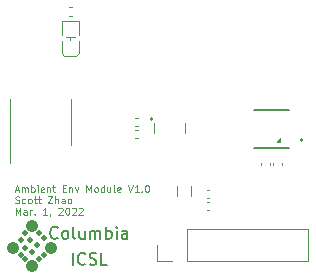
<source format=gbr>
%TF.GenerationSoftware,KiCad,Pcbnew,(6.0.0-0)*%
%TF.CreationDate,2022-03-03T22:17:19-05:00*%
%TF.ProjectId,temp_hum,74656d70-5f68-4756-9d2e-6b696361645f,rev?*%
%TF.SameCoordinates,Original*%
%TF.FileFunction,Legend,Top*%
%TF.FilePolarity,Positive*%
%FSLAX46Y46*%
G04 Gerber Fmt 4.6, Leading zero omitted, Abs format (unit mm)*
G04 Created by KiCad (PCBNEW (6.0.0-0)) date 2022-03-03 22:17:19*
%MOMM*%
%LPD*%
G01*
G04 APERTURE LIST*
%ADD10C,0.080000*%
%ADD11C,0.200000*%
%ADD12C,0.127000*%
%ADD13C,0.120000*%
%ADD14C,0.500000*%
%ADD15C,1.000000*%
%ADD16C,0.160000*%
G04 APERTURE END LIST*
D10*
X93892285Y-78890000D02*
X94178000Y-78890000D01*
X93835142Y-79061428D02*
X94035142Y-78461428D01*
X94235142Y-79061428D01*
X94435142Y-79061428D02*
X94435142Y-78661428D01*
X94435142Y-78718571D02*
X94463714Y-78690000D01*
X94520857Y-78661428D01*
X94606571Y-78661428D01*
X94663714Y-78690000D01*
X94692285Y-78747142D01*
X94692285Y-79061428D01*
X94692285Y-78747142D02*
X94720857Y-78690000D01*
X94778000Y-78661428D01*
X94863714Y-78661428D01*
X94920857Y-78690000D01*
X94949428Y-78747142D01*
X94949428Y-79061428D01*
X95235142Y-79061428D02*
X95235142Y-78461428D01*
X95235142Y-78690000D02*
X95292285Y-78661428D01*
X95406571Y-78661428D01*
X95463714Y-78690000D01*
X95492285Y-78718571D01*
X95520857Y-78775714D01*
X95520857Y-78947142D01*
X95492285Y-79004285D01*
X95463714Y-79032857D01*
X95406571Y-79061428D01*
X95292285Y-79061428D01*
X95235142Y-79032857D01*
X95778000Y-79061428D02*
X95778000Y-78661428D01*
X95778000Y-78461428D02*
X95749428Y-78490000D01*
X95778000Y-78518571D01*
X95806571Y-78490000D01*
X95778000Y-78461428D01*
X95778000Y-78518571D01*
X96292285Y-79032857D02*
X96235142Y-79061428D01*
X96120857Y-79061428D01*
X96063714Y-79032857D01*
X96035142Y-78975714D01*
X96035142Y-78747142D01*
X96063714Y-78690000D01*
X96120857Y-78661428D01*
X96235142Y-78661428D01*
X96292285Y-78690000D01*
X96320857Y-78747142D01*
X96320857Y-78804285D01*
X96035142Y-78861428D01*
X96578000Y-78661428D02*
X96578000Y-79061428D01*
X96578000Y-78718571D02*
X96606571Y-78690000D01*
X96663714Y-78661428D01*
X96749428Y-78661428D01*
X96806571Y-78690000D01*
X96835142Y-78747142D01*
X96835142Y-79061428D01*
X97035142Y-78661428D02*
X97263714Y-78661428D01*
X97120857Y-78461428D02*
X97120857Y-78975714D01*
X97149428Y-79032857D01*
X97206571Y-79061428D01*
X97263714Y-79061428D01*
X97920857Y-78747142D02*
X98120857Y-78747142D01*
X98206571Y-79061428D02*
X97920857Y-79061428D01*
X97920857Y-78461428D01*
X98206571Y-78461428D01*
X98463714Y-78661428D02*
X98463714Y-79061428D01*
X98463714Y-78718571D02*
X98492285Y-78690000D01*
X98549428Y-78661428D01*
X98635142Y-78661428D01*
X98692285Y-78690000D01*
X98720857Y-78747142D01*
X98720857Y-79061428D01*
X98949428Y-78661428D02*
X99092285Y-79061428D01*
X99235142Y-78661428D01*
X99920857Y-79061428D02*
X99920857Y-78461428D01*
X100120857Y-78890000D01*
X100320857Y-78461428D01*
X100320857Y-79061428D01*
X100692285Y-79061428D02*
X100635142Y-79032857D01*
X100606571Y-79004285D01*
X100578000Y-78947142D01*
X100578000Y-78775714D01*
X100606571Y-78718571D01*
X100635142Y-78690000D01*
X100692285Y-78661428D01*
X100778000Y-78661428D01*
X100835142Y-78690000D01*
X100863714Y-78718571D01*
X100892285Y-78775714D01*
X100892285Y-78947142D01*
X100863714Y-79004285D01*
X100835142Y-79032857D01*
X100778000Y-79061428D01*
X100692285Y-79061428D01*
X101406571Y-79061428D02*
X101406571Y-78461428D01*
X101406571Y-79032857D02*
X101349428Y-79061428D01*
X101235142Y-79061428D01*
X101178000Y-79032857D01*
X101149428Y-79004285D01*
X101120857Y-78947142D01*
X101120857Y-78775714D01*
X101149428Y-78718571D01*
X101178000Y-78690000D01*
X101235142Y-78661428D01*
X101349428Y-78661428D01*
X101406571Y-78690000D01*
X101949428Y-78661428D02*
X101949428Y-79061428D01*
X101692285Y-78661428D02*
X101692285Y-78975714D01*
X101720857Y-79032857D01*
X101778000Y-79061428D01*
X101863714Y-79061428D01*
X101920857Y-79032857D01*
X101949428Y-79004285D01*
X102320857Y-79061428D02*
X102263714Y-79032857D01*
X102235142Y-78975714D01*
X102235142Y-78461428D01*
X102778000Y-79032857D02*
X102720857Y-79061428D01*
X102606571Y-79061428D01*
X102549428Y-79032857D01*
X102520857Y-78975714D01*
X102520857Y-78747142D01*
X102549428Y-78690000D01*
X102606571Y-78661428D01*
X102720857Y-78661428D01*
X102778000Y-78690000D01*
X102806571Y-78747142D01*
X102806571Y-78804285D01*
X102520857Y-78861428D01*
X103435142Y-78461428D02*
X103635142Y-79061428D01*
X103835142Y-78461428D01*
X104349428Y-79061428D02*
X104006571Y-79061428D01*
X104178000Y-79061428D02*
X104178000Y-78461428D01*
X104120857Y-78547142D01*
X104063714Y-78604285D01*
X104006571Y-78632857D01*
X104606571Y-79004285D02*
X104635142Y-79032857D01*
X104606571Y-79061428D01*
X104578000Y-79032857D01*
X104606571Y-79004285D01*
X104606571Y-79061428D01*
X105006571Y-78461428D02*
X105063714Y-78461428D01*
X105120857Y-78490000D01*
X105149428Y-78518571D01*
X105178000Y-78575714D01*
X105206571Y-78690000D01*
X105206571Y-78832857D01*
X105178000Y-78947142D01*
X105149428Y-79004285D01*
X105120857Y-79032857D01*
X105063714Y-79061428D01*
X105006571Y-79061428D01*
X104949428Y-79032857D01*
X104920857Y-79004285D01*
X104892285Y-78947142D01*
X104863714Y-78832857D01*
X104863714Y-78690000D01*
X104892285Y-78575714D01*
X104920857Y-78518571D01*
X104949428Y-78490000D01*
X105006571Y-78461428D01*
X93892285Y-79998857D02*
X93978000Y-80027428D01*
X94120857Y-80027428D01*
X94178000Y-79998857D01*
X94206571Y-79970285D01*
X94235142Y-79913142D01*
X94235142Y-79856000D01*
X94206571Y-79798857D01*
X94178000Y-79770285D01*
X94120857Y-79741714D01*
X94006571Y-79713142D01*
X93949428Y-79684571D01*
X93920857Y-79656000D01*
X93892285Y-79598857D01*
X93892285Y-79541714D01*
X93920857Y-79484571D01*
X93949428Y-79456000D01*
X94006571Y-79427428D01*
X94149428Y-79427428D01*
X94235142Y-79456000D01*
X94749428Y-79998857D02*
X94692285Y-80027428D01*
X94578000Y-80027428D01*
X94520857Y-79998857D01*
X94492285Y-79970285D01*
X94463714Y-79913142D01*
X94463714Y-79741714D01*
X94492285Y-79684571D01*
X94520857Y-79656000D01*
X94578000Y-79627428D01*
X94692285Y-79627428D01*
X94749428Y-79656000D01*
X95092285Y-80027428D02*
X95035142Y-79998857D01*
X95006571Y-79970285D01*
X94978000Y-79913142D01*
X94978000Y-79741714D01*
X95006571Y-79684571D01*
X95035142Y-79656000D01*
X95092285Y-79627428D01*
X95178000Y-79627428D01*
X95235142Y-79656000D01*
X95263714Y-79684571D01*
X95292285Y-79741714D01*
X95292285Y-79913142D01*
X95263714Y-79970285D01*
X95235142Y-79998857D01*
X95178000Y-80027428D01*
X95092285Y-80027428D01*
X95463714Y-79627428D02*
X95692285Y-79627428D01*
X95549428Y-79427428D02*
X95549428Y-79941714D01*
X95578000Y-79998857D01*
X95635142Y-80027428D01*
X95692285Y-80027428D01*
X95806571Y-79627428D02*
X96035142Y-79627428D01*
X95892285Y-79427428D02*
X95892285Y-79941714D01*
X95920857Y-79998857D01*
X95978000Y-80027428D01*
X96035142Y-80027428D01*
X96635142Y-79427428D02*
X97035142Y-79427428D01*
X96635142Y-80027428D01*
X97035142Y-80027428D01*
X97263714Y-80027428D02*
X97263714Y-79427428D01*
X97520857Y-80027428D02*
X97520857Y-79713142D01*
X97492285Y-79656000D01*
X97435142Y-79627428D01*
X97349428Y-79627428D01*
X97292285Y-79656000D01*
X97263714Y-79684571D01*
X98063714Y-80027428D02*
X98063714Y-79713142D01*
X98035142Y-79656000D01*
X97978000Y-79627428D01*
X97863714Y-79627428D01*
X97806571Y-79656000D01*
X98063714Y-79998857D02*
X98006571Y-80027428D01*
X97863714Y-80027428D01*
X97806571Y-79998857D01*
X97778000Y-79941714D01*
X97778000Y-79884571D01*
X97806571Y-79827428D01*
X97863714Y-79798857D01*
X98006571Y-79798857D01*
X98063714Y-79770285D01*
X98435142Y-80027428D02*
X98378000Y-79998857D01*
X98349428Y-79970285D01*
X98320857Y-79913142D01*
X98320857Y-79741714D01*
X98349428Y-79684571D01*
X98378000Y-79656000D01*
X98435142Y-79627428D01*
X98520857Y-79627428D01*
X98578000Y-79656000D01*
X98606571Y-79684571D01*
X98635142Y-79741714D01*
X98635142Y-79913142D01*
X98606571Y-79970285D01*
X98578000Y-79998857D01*
X98520857Y-80027428D01*
X98435142Y-80027428D01*
X93920857Y-80993428D02*
X93920857Y-80393428D01*
X94120857Y-80822000D01*
X94320857Y-80393428D01*
X94320857Y-80993428D01*
X94863714Y-80993428D02*
X94863714Y-80679142D01*
X94835142Y-80622000D01*
X94778000Y-80593428D01*
X94663714Y-80593428D01*
X94606571Y-80622000D01*
X94863714Y-80964857D02*
X94806571Y-80993428D01*
X94663714Y-80993428D01*
X94606571Y-80964857D01*
X94578000Y-80907714D01*
X94578000Y-80850571D01*
X94606571Y-80793428D01*
X94663714Y-80764857D01*
X94806571Y-80764857D01*
X94863714Y-80736285D01*
X95149428Y-80993428D02*
X95149428Y-80593428D01*
X95149428Y-80707714D02*
X95178000Y-80650571D01*
X95206571Y-80622000D01*
X95263714Y-80593428D01*
X95320857Y-80593428D01*
X95520857Y-80936285D02*
X95549428Y-80964857D01*
X95520857Y-80993428D01*
X95492285Y-80964857D01*
X95520857Y-80936285D01*
X95520857Y-80993428D01*
X96578000Y-80993428D02*
X96235142Y-80993428D01*
X96406571Y-80993428D02*
X96406571Y-80393428D01*
X96349428Y-80479142D01*
X96292285Y-80536285D01*
X96235142Y-80564857D01*
X96863714Y-80964857D02*
X96863714Y-80993428D01*
X96835142Y-81050571D01*
X96806571Y-81079142D01*
X97549428Y-80450571D02*
X97578000Y-80422000D01*
X97635142Y-80393428D01*
X97778000Y-80393428D01*
X97835142Y-80422000D01*
X97863714Y-80450571D01*
X97892285Y-80507714D01*
X97892285Y-80564857D01*
X97863714Y-80650571D01*
X97520857Y-80993428D01*
X97892285Y-80993428D01*
X98263714Y-80393428D02*
X98320857Y-80393428D01*
X98378000Y-80422000D01*
X98406571Y-80450571D01*
X98435142Y-80507714D01*
X98463714Y-80622000D01*
X98463714Y-80764857D01*
X98435142Y-80879142D01*
X98406571Y-80936285D01*
X98378000Y-80964857D01*
X98320857Y-80993428D01*
X98263714Y-80993428D01*
X98206571Y-80964857D01*
X98178000Y-80936285D01*
X98149428Y-80879142D01*
X98120857Y-80764857D01*
X98120857Y-80622000D01*
X98149428Y-80507714D01*
X98178000Y-80450571D01*
X98206571Y-80422000D01*
X98263714Y-80393428D01*
X98692285Y-80450571D02*
X98720857Y-80422000D01*
X98778000Y-80393428D01*
X98920857Y-80393428D01*
X98978000Y-80422000D01*
X99006571Y-80450571D01*
X99035142Y-80507714D01*
X99035142Y-80564857D01*
X99006571Y-80650571D01*
X98663714Y-80993428D01*
X99035142Y-80993428D01*
X99263714Y-80450571D02*
X99292285Y-80422000D01*
X99349428Y-80393428D01*
X99492285Y-80393428D01*
X99549428Y-80422000D01*
X99578000Y-80450571D01*
X99606571Y-80507714D01*
X99606571Y-80564857D01*
X99578000Y-80650571D01*
X99235142Y-80993428D01*
X99606571Y-80993428D01*
D11*
%TO.C,U3*%
X98755047Y-85218380D02*
X98755047Y-84218380D01*
X99802666Y-85123142D02*
X99755047Y-85170761D01*
X99612190Y-85218380D01*
X99516952Y-85218380D01*
X99374095Y-85170761D01*
X99278857Y-85075523D01*
X99231238Y-84980285D01*
X99183619Y-84789809D01*
X99183619Y-84646952D01*
X99231238Y-84456476D01*
X99278857Y-84361238D01*
X99374095Y-84266000D01*
X99516952Y-84218380D01*
X99612190Y-84218380D01*
X99755047Y-84266000D01*
X99802666Y-84313619D01*
X100183619Y-85170761D02*
X100326476Y-85218380D01*
X100564571Y-85218380D01*
X100659809Y-85170761D01*
X100707428Y-85123142D01*
X100755047Y-85027904D01*
X100755047Y-84932666D01*
X100707428Y-84837428D01*
X100659809Y-84789809D01*
X100564571Y-84742190D01*
X100374095Y-84694571D01*
X100278857Y-84646952D01*
X100231238Y-84599333D01*
X100183619Y-84504095D01*
X100183619Y-84408857D01*
X100231238Y-84313619D01*
X100278857Y-84266000D01*
X100374095Y-84218380D01*
X100612190Y-84218380D01*
X100755047Y-84266000D01*
X101659809Y-85218380D02*
X101183619Y-85218380D01*
X101183619Y-84218380D01*
X97469333Y-82923142D02*
X97421714Y-82970761D01*
X97278857Y-83018380D01*
X97183619Y-83018380D01*
X97040761Y-82970761D01*
X96945523Y-82875523D01*
X96897904Y-82780285D01*
X96850285Y-82589809D01*
X96850285Y-82446952D01*
X96897904Y-82256476D01*
X96945523Y-82161238D01*
X97040761Y-82066000D01*
X97183619Y-82018380D01*
X97278857Y-82018380D01*
X97421714Y-82066000D01*
X97469333Y-82113619D01*
X98040761Y-83018380D02*
X97945523Y-82970761D01*
X97897904Y-82923142D01*
X97850285Y-82827904D01*
X97850285Y-82542190D01*
X97897904Y-82446952D01*
X97945523Y-82399333D01*
X98040761Y-82351714D01*
X98183619Y-82351714D01*
X98278857Y-82399333D01*
X98326476Y-82446952D01*
X98374095Y-82542190D01*
X98374095Y-82827904D01*
X98326476Y-82923142D01*
X98278857Y-82970761D01*
X98183619Y-83018380D01*
X98040761Y-83018380D01*
X98945523Y-83018380D02*
X98850285Y-82970761D01*
X98802666Y-82875523D01*
X98802666Y-82018380D01*
X99755047Y-82351714D02*
X99755047Y-83018380D01*
X99326476Y-82351714D02*
X99326476Y-82875523D01*
X99374095Y-82970761D01*
X99469333Y-83018380D01*
X99612190Y-83018380D01*
X99707428Y-82970761D01*
X99755047Y-82923142D01*
X100231238Y-83018380D02*
X100231238Y-82351714D01*
X100231238Y-82446952D02*
X100278857Y-82399333D01*
X100374095Y-82351714D01*
X100516952Y-82351714D01*
X100612190Y-82399333D01*
X100659809Y-82494571D01*
X100659809Y-83018380D01*
X100659809Y-82494571D02*
X100707428Y-82399333D01*
X100802666Y-82351714D01*
X100945523Y-82351714D01*
X101040761Y-82399333D01*
X101088380Y-82494571D01*
X101088380Y-83018380D01*
X101564571Y-83018380D02*
X101564571Y-82018380D01*
X101564571Y-82399333D02*
X101659809Y-82351714D01*
X101850285Y-82351714D01*
X101945523Y-82399333D01*
X101993142Y-82446952D01*
X102040761Y-82542190D01*
X102040761Y-82827904D01*
X101993142Y-82923142D01*
X101945523Y-82970761D01*
X101850285Y-83018380D01*
X101659809Y-83018380D01*
X101564571Y-82970761D01*
X102469333Y-83018380D02*
X102469333Y-82351714D01*
X102469333Y-82018380D02*
X102421714Y-82066000D01*
X102469333Y-82113619D01*
X102516952Y-82066000D01*
X102469333Y-82018380D01*
X102469333Y-82113619D01*
X103374095Y-83018380D02*
X103374095Y-82494571D01*
X103326476Y-82399333D01*
X103231238Y-82351714D01*
X103040761Y-82351714D01*
X102945523Y-82399333D01*
X103374095Y-82970761D02*
X103278857Y-83018380D01*
X103040761Y-83018380D01*
X102945523Y-82970761D01*
X102897904Y-82875523D01*
X102897904Y-82780285D01*
X102945523Y-82685047D01*
X103040761Y-82637428D01*
X103278857Y-82637428D01*
X103374095Y-82589809D01*
D12*
%TO.C,U1*%
X114070000Y-72136000D02*
X117070000Y-72136000D01*
X117070000Y-75306000D02*
X114070000Y-75306000D01*
D11*
X118210000Y-74660000D02*
G75*
G03*
X118210000Y-74660000I-100000J0D01*
G01*
D13*
X116332000Y-74803000D02*
X116027200Y-74803000D01*
X116027200Y-74803000D02*
X116332000Y-74498200D01*
X116332000Y-74498200D02*
X116332000Y-74803000D01*
G36*
X116332000Y-74803000D02*
G01*
X116027200Y-74803000D01*
X116332000Y-74498200D01*
X116332000Y-74803000D01*
G37*
X116332000Y-74803000D02*
X116027200Y-74803000D01*
X116332000Y-74498200D01*
X116332000Y-74803000D01*
%TO.C,R1*%
X98705641Y-64134000D02*
X98398359Y-64134000D01*
X98705641Y-63374000D02*
X98398359Y-63374000D01*
%TO.C,C2*%
X114702000Y-76600164D02*
X114702000Y-76815836D01*
X115422000Y-76600164D02*
X115422000Y-76815836D01*
%TO.C,C3*%
X110100164Y-79904000D02*
X110315836Y-79904000D01*
X110100164Y-80624000D02*
X110315836Y-80624000D01*
%TO.C,C5*%
X115718000Y-76600164D02*
X115718000Y-76815836D01*
X116438000Y-76600164D02*
X116438000Y-76815836D01*
%TO.C,FB1*%
X108736000Y-78594378D02*
X108736000Y-79393622D01*
X107616000Y-78594378D02*
X107616000Y-79393622D01*
%TO.C,U4*%
X93452000Y-73152000D02*
X93452000Y-76602000D01*
X98572000Y-73152000D02*
X98572000Y-71202000D01*
X93452000Y-73152000D02*
X93452000Y-71202000D01*
X98572000Y-73152000D02*
X98572000Y-75102000D01*
D14*
%TO.C,U3*%
X95936000Y-84766000D02*
G75*
G03*
X95936000Y-84766000I0J0D01*
G01*
X94736000Y-84766000D02*
G75*
G03*
X94736000Y-84766000I0J0D01*
G01*
X94336000Y-84366000D02*
G75*
G03*
X94336000Y-84366000I0J0D01*
G01*
X96336000Y-84366000D02*
G75*
G03*
X96336000Y-84366000I0J0D01*
G01*
X95136000Y-83166000D02*
G75*
G03*
X95136000Y-83166000I0J0D01*
G01*
X95936000Y-82566000D02*
G75*
G03*
X95936000Y-82566000I0J0D01*
G01*
X94336000Y-83166000D02*
G75*
G03*
X94336000Y-83166000I0J0D01*
G01*
D15*
X93736000Y-83766000D02*
G75*
G03*
X93736000Y-83766000I0J0D01*
G01*
D14*
X96336000Y-82966000D02*
G75*
G03*
X96336000Y-82966000I0J0D01*
G01*
D15*
X96936000Y-83766000D02*
G75*
G03*
X96936000Y-83766000I0J0D01*
G01*
D14*
X94736000Y-82566000D02*
G75*
G03*
X94736000Y-82566000I0J0D01*
G01*
X95336000Y-84166000D02*
G75*
G03*
X95336000Y-84166000I0J0D01*
G01*
X94736000Y-83766000D02*
G75*
G03*
X94736000Y-83766000I0J0D01*
G01*
D15*
X95336000Y-85366000D02*
G75*
G03*
X95336000Y-85366000I0J0D01*
G01*
D14*
X95736000Y-83566000D02*
G75*
G03*
X95736000Y-83566000I0J0D01*
G01*
D15*
X95336000Y-81966000D02*
G75*
G03*
X95336000Y-81966000I0J0D01*
G01*
D13*
%TO.C,C1*%
X110100164Y-79608000D02*
X110315836Y-79608000D01*
X110100164Y-78888000D02*
X110315836Y-78888000D01*
%TO.C,C4*%
X104247836Y-73512000D02*
X104032164Y-73512000D01*
X104247836Y-72792000D02*
X104032164Y-72792000D01*
%TO.C,D1*%
X99287000Y-67310000D02*
X99060000Y-67564000D01*
X98552000Y-65913000D02*
X98552000Y-66167000D01*
X98171000Y-65913000D02*
X98933000Y-65913000D01*
X99287000Y-65786000D02*
X99287000Y-64555000D01*
X97817000Y-66294000D02*
X97817000Y-67310000D01*
X97817000Y-64555000D02*
X97817000Y-65786000D01*
X98044000Y-67564000D02*
X97817000Y-67310000D01*
X99060000Y-67564000D02*
X98044000Y-67564000D01*
X99287000Y-67310000D02*
X99287000Y-66294000D01*
X99287000Y-64555000D02*
X97817000Y-64555000D01*
%TO.C,J1*%
X108463000Y-84896000D02*
X118683000Y-84896000D01*
X105863000Y-84896000D02*
X105863000Y-83566000D01*
X118683000Y-84896000D02*
X118683000Y-82236000D01*
X107193000Y-84896000D02*
X105863000Y-84896000D01*
X108463000Y-82236000D02*
X118683000Y-82236000D01*
X108463000Y-84896000D02*
X108463000Y-82236000D01*
%TO.C,U2*%
X108234000Y-74110000D02*
X108234000Y-73210000D01*
X105634000Y-74110000D02*
X105634000Y-73210000D01*
D16*
X105514000Y-72860000D02*
G75*
G03*
X105514000Y-72860000I-80000J0D01*
G01*
D13*
%TO.C,C6*%
X104247836Y-73808000D02*
X104032164Y-73808000D01*
X104247836Y-74528000D02*
X104032164Y-74528000D01*
%TD*%
M02*

</source>
